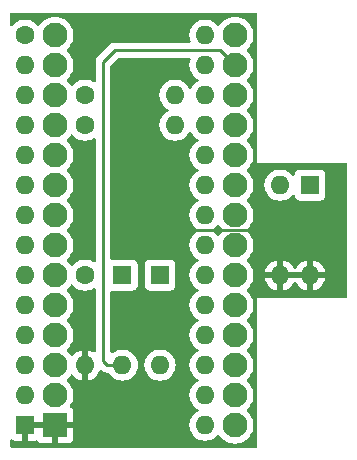
<source format=gtl>
G04 #@! TF.GenerationSoftware,KiCad,Pcbnew,7.0.5*
G04 #@! TF.CreationDate,2023-10-08T13:51:06+02:00*
G04 #@! TF.ProjectId,ZXROM-4in1,5a58524f-4d2d-4346-996e-312e6b696361,1.1*
G04 #@! TF.SameCoordinates,Original*
G04 #@! TF.FileFunction,Copper,L1,Top*
G04 #@! TF.FilePolarity,Positive*
%FSLAX46Y46*%
G04 Gerber Fmt 4.6, Leading zero omitted, Abs format (unit mm)*
G04 Created by KiCad (PCBNEW 7.0.5) date 2023-10-08 13:51:06*
%MOMM*%
%LPD*%
G01*
G04 APERTURE LIST*
G04 #@! TA.AperFunction,ComponentPad*
%ADD10C,2.100000*%
G04 #@! TD*
G04 #@! TA.AperFunction,ComponentPad*
%ADD11R,2.100000X2.100000*%
G04 #@! TD*
G04 #@! TA.AperFunction,ComponentPad*
%ADD12R,1.600000X1.600000*%
G04 #@! TD*
G04 #@! TA.AperFunction,ComponentPad*
%ADD13O,1.600000X1.600000*%
G04 #@! TD*
G04 #@! TA.AperFunction,ComponentPad*
%ADD14C,1.600000*%
G04 #@! TD*
G04 #@! TA.AperFunction,ViaPad*
%ADD15C,0.800000*%
G04 #@! TD*
G04 #@! TA.AperFunction,Conductor*
%ADD16C,0.400000*%
G04 #@! TD*
G04 #@! TA.AperFunction,Conductor*
%ADD17C,0.250000*%
G04 #@! TD*
G04 APERTURE END LIST*
D10*
X132080000Y-68580000D03*
X132080000Y-71120000D03*
X132080000Y-73660000D03*
X132080000Y-76200000D03*
X132080000Y-78740000D03*
X132080000Y-81280000D03*
X132080000Y-83820000D03*
X132080000Y-86360000D03*
X132080000Y-88900000D03*
X132080000Y-91440000D03*
X132080000Y-93980000D03*
X132080000Y-96520000D03*
X132080000Y-99060000D03*
D11*
X132080000Y-101600000D03*
D12*
X153670000Y-81280000D03*
D13*
X151130000Y-81280000D03*
X151130000Y-88900000D03*
X153670000Y-88900000D03*
D10*
X147320000Y-101600000D03*
X147320000Y-99060000D03*
X147320000Y-96520000D03*
X147320000Y-93980000D03*
X147320000Y-91440000D03*
X147320000Y-88900000D03*
X147320000Y-86360000D03*
X147320000Y-83820000D03*
X147320000Y-81280000D03*
X147320000Y-78740000D03*
X147320000Y-76200000D03*
X147320000Y-73660000D03*
X147320000Y-71120000D03*
X147320000Y-68580000D03*
D14*
X129540000Y-68580000D03*
D13*
X129540000Y-71120000D03*
X129540000Y-73660000D03*
X129540000Y-76200000D03*
X129540000Y-78740000D03*
X129540000Y-81280000D03*
X129540000Y-83820000D03*
X129540000Y-86360000D03*
X129540000Y-88900000D03*
X129540000Y-91440000D03*
X129540000Y-93980000D03*
X129540000Y-96520000D03*
X129540000Y-99060000D03*
D12*
X129540000Y-101600000D03*
D13*
X144780000Y-101600000D03*
X144780000Y-99060000D03*
X144780000Y-96520000D03*
X144780000Y-93980000D03*
X144780000Y-91440000D03*
X144780000Y-88900000D03*
X144780000Y-86360000D03*
X144780000Y-83820000D03*
X144780000Y-81280000D03*
X144780000Y-78740000D03*
X144780000Y-76200000D03*
X144780000Y-73660000D03*
X144780000Y-71120000D03*
X144780000Y-68580000D03*
D14*
X134620000Y-76200000D03*
D13*
X142240000Y-76200000D03*
D14*
X134620000Y-73660000D03*
D13*
X142240000Y-73660000D03*
D12*
X140970000Y-88900000D03*
D13*
X140970000Y-96520000D03*
D14*
X134620000Y-88900000D03*
D13*
X134620000Y-96520000D03*
D12*
X137795000Y-88900000D03*
D13*
X137795000Y-96520000D03*
D15*
X134620000Y-85090000D03*
X137795000Y-71120000D03*
X137795000Y-85080000D03*
X137795000Y-101600000D03*
X152400000Y-85090000D03*
X140970000Y-85090000D03*
D16*
X137795000Y-85080000D02*
X137795000Y-71120000D01*
D17*
X140970000Y-85090000D02*
X152400000Y-85090000D01*
D16*
X137795000Y-85080000D02*
X140960000Y-85080000D01*
X140960000Y-85080000D02*
X140970000Y-85090000D01*
X132080000Y-101600000D02*
X137795000Y-101600000D01*
D17*
X136525000Y-96520000D02*
X136144000Y-96139000D01*
X137795000Y-96520000D02*
X136525000Y-96520000D01*
X136144000Y-70866000D02*
X137160000Y-69850000D01*
X147320000Y-71120000D02*
X147320000Y-71755000D01*
X146050000Y-69850000D02*
X147320000Y-71120000D01*
X136144000Y-96139000D02*
X136144000Y-70866000D01*
X137160000Y-69850000D02*
X146050000Y-69850000D01*
G04 #@! TA.AperFunction,Conductor*
G36*
X153342359Y-88661955D02*
G01*
X153284835Y-88774852D01*
X153265014Y-88900000D01*
X153284835Y-89025148D01*
X153342359Y-89138045D01*
X153358314Y-89154000D01*
X151441686Y-89154000D01*
X151457641Y-89138045D01*
X151515165Y-89025148D01*
X151534986Y-88900000D01*
X151515165Y-88774852D01*
X151457641Y-88661955D01*
X151441686Y-88646000D01*
X153358314Y-88646000D01*
X153342359Y-88661955D01*
G37*
G04 #@! TD.AperFunction*
G04 #@! TA.AperFunction,Conductor*
G36*
X149166621Y-66695502D02*
G01*
X149213114Y-66749158D01*
X149224500Y-66801500D01*
X149224500Y-79350072D01*
X149224415Y-79350500D01*
X149224458Y-79375000D01*
X149224544Y-79375206D01*
X149224616Y-79375382D01*
X149224617Y-79375383D01*
X149225000Y-79375541D01*
X149225002Y-79375539D01*
X149250014Y-79375524D01*
X149250014Y-79375528D01*
X149250158Y-79375500D01*
X156718500Y-79375500D01*
X156786621Y-79395502D01*
X156833114Y-79449158D01*
X156844500Y-79501500D01*
X156844500Y-90678500D01*
X156824498Y-90746621D01*
X156770842Y-90793114D01*
X156718500Y-90804500D01*
X149250158Y-90804500D01*
X149249952Y-90804459D01*
X149224996Y-90804459D01*
X149224798Y-90804541D01*
X149224620Y-90804614D01*
X149224617Y-90804617D01*
X149224459Y-90805000D01*
X149224476Y-90830014D01*
X149224471Y-90830014D01*
X149224500Y-90830157D01*
X149224500Y-103378500D01*
X149204498Y-103446621D01*
X149150842Y-103493114D01*
X149098500Y-103504500D01*
X128396500Y-103504500D01*
X128328379Y-103484498D01*
X128281886Y-103430842D01*
X128270500Y-103378500D01*
X128270500Y-102934823D01*
X128290502Y-102866702D01*
X128344158Y-102820209D01*
X128414432Y-102810105D01*
X128472011Y-102833956D01*
X128494036Y-102850444D01*
X128630906Y-102901494D01*
X128691402Y-102907999D01*
X128691415Y-102908000D01*
X129286000Y-102908000D01*
X129286000Y-102225583D01*
X129377275Y-102260200D01*
X129499166Y-102275000D01*
X129580834Y-102275000D01*
X129702725Y-102260200D01*
X129793999Y-102225583D01*
X129794000Y-102908000D01*
X130388585Y-102908000D01*
X130388597Y-102907999D01*
X130449092Y-102901494D01*
X130465935Y-102895212D01*
X130536750Y-102890144D01*
X130599064Y-102924166D01*
X130610841Y-102937757D01*
X130667095Y-103012904D01*
X130784034Y-103100444D01*
X130920906Y-103151494D01*
X130981402Y-103157999D01*
X130981415Y-103158000D01*
X131826000Y-103158000D01*
X131826000Y-102463786D01*
X131891849Y-102485182D01*
X132032836Y-102500000D01*
X132127164Y-102500000D01*
X132268151Y-102485182D01*
X132334000Y-102463786D01*
X132334000Y-103158000D01*
X133178585Y-103158000D01*
X133178597Y-103157999D01*
X133239093Y-103151494D01*
X133375964Y-103100444D01*
X133375965Y-103100444D01*
X133492904Y-103012904D01*
X133580444Y-102895965D01*
X133580444Y-102895964D01*
X133631494Y-102759093D01*
X133637999Y-102698597D01*
X133638000Y-102698585D01*
X133638000Y-101854000D01*
X132946117Y-101854000D01*
X132980000Y-101694594D01*
X132980000Y-101505406D01*
X132946117Y-101346000D01*
X133638000Y-101346000D01*
X133638000Y-100501414D01*
X133637999Y-100501402D01*
X133631494Y-100440906D01*
X133580444Y-100304035D01*
X133580444Y-100304034D01*
X133492905Y-100187097D01*
X133395793Y-100114399D01*
X133353247Y-100057563D01*
X133348183Y-99986747D01*
X133363867Y-99947701D01*
X133472927Y-99769732D01*
X133566805Y-99543092D01*
X133624072Y-99304557D01*
X133643319Y-99060000D01*
X133624072Y-98815443D01*
X133566805Y-98576908D01*
X133472927Y-98350268D01*
X133344752Y-98141104D01*
X133185433Y-97954567D01*
X133104929Y-97885809D01*
X133066121Y-97826360D01*
X133065615Y-97755366D01*
X133103571Y-97695367D01*
X133104879Y-97694232D01*
X133185433Y-97625433D01*
X133344752Y-97438896D01*
X133394569Y-97357600D01*
X133447216Y-97309969D01*
X133517257Y-97298362D01*
X133582455Y-97326465D01*
X133605217Y-97351167D01*
X133614186Y-97363977D01*
X133776025Y-97525815D01*
X133963501Y-97657087D01*
X134170926Y-97753811D01*
X134170931Y-97753813D01*
X134366000Y-97806081D01*
X134366000Y-96831686D01*
X134381955Y-96847641D01*
X134494852Y-96905165D01*
X134588519Y-96920000D01*
X134651481Y-96920000D01*
X134745148Y-96905165D01*
X134858045Y-96847641D01*
X134874000Y-96831686D01*
X134874000Y-97806081D01*
X135069068Y-97753813D01*
X135069073Y-97753811D01*
X135276498Y-97657087D01*
X135463974Y-97525815D01*
X135463980Y-97525810D01*
X135625810Y-97363980D01*
X135625815Y-97363974D01*
X135757087Y-97176498D01*
X135848458Y-96980554D01*
X135895375Y-96927269D01*
X135963652Y-96907808D01*
X136031612Y-96928350D01*
X136048902Y-96941950D01*
X136077969Y-96969246D01*
X136083388Y-96974335D01*
X136084777Y-96975681D01*
X136095018Y-96985922D01*
X136105226Y-96996131D01*
X136110768Y-97000430D01*
X136115281Y-97004285D01*
X136149679Y-97036586D01*
X136149680Y-97036586D01*
X136149682Y-97036588D01*
X136167429Y-97046344D01*
X136183959Y-97057202D01*
X136199959Y-97069613D01*
X136231136Y-97083104D01*
X136243251Y-97088347D01*
X136248585Y-97090959D01*
X136289940Y-97113695D01*
X136309562Y-97118733D01*
X136328263Y-97125135D01*
X136346855Y-97133181D01*
X136393470Y-97140563D01*
X136399242Y-97141758D01*
X136444970Y-97153500D01*
X136465231Y-97153500D01*
X136484939Y-97155050D01*
X136504943Y-97158219D01*
X136538459Y-97155051D01*
X136551910Y-97153780D01*
X136557842Y-97153500D01*
X136575606Y-97153500D01*
X136643727Y-97173502D01*
X136678819Y-97207229D01*
X136766198Y-97332018D01*
X136788802Y-97364300D01*
X136950700Y-97526198D01*
X137138251Y-97657523D01*
X137345757Y-97754284D01*
X137566913Y-97813543D01*
X137795000Y-97833498D01*
X138023087Y-97813543D01*
X138244243Y-97754284D01*
X138451749Y-97657523D01*
X138639300Y-97526198D01*
X138801198Y-97364300D01*
X138932523Y-97176749D01*
X139029284Y-96969243D01*
X139088543Y-96748087D01*
X139108498Y-96520000D01*
X139656502Y-96520000D01*
X139676457Y-96748087D01*
X139680870Y-96764556D01*
X139735715Y-96969240D01*
X139735717Y-96969246D01*
X139832477Y-97176749D01*
X139937309Y-97326465D01*
X139963802Y-97364300D01*
X140125700Y-97526198D01*
X140313251Y-97657523D01*
X140520757Y-97754284D01*
X140741913Y-97813543D01*
X140970000Y-97833498D01*
X141198087Y-97813543D01*
X141419243Y-97754284D01*
X141626749Y-97657523D01*
X141814300Y-97526198D01*
X141976198Y-97364300D01*
X142107523Y-97176749D01*
X142204284Y-96969243D01*
X142263543Y-96748087D01*
X142283498Y-96520000D01*
X142263543Y-96291913D01*
X142204284Y-96070757D01*
X142107523Y-95863251D01*
X141976198Y-95675700D01*
X141814300Y-95513802D01*
X141641824Y-95393033D01*
X141626749Y-95382477D01*
X141419246Y-95285717D01*
X141419240Y-95285715D01*
X141266364Y-95244752D01*
X141198087Y-95226457D01*
X140970000Y-95206502D01*
X140741913Y-95226457D01*
X140520759Y-95285715D01*
X140520753Y-95285717D01*
X140313250Y-95382477D01*
X140125703Y-95513799D01*
X140125697Y-95513804D01*
X139963804Y-95675697D01*
X139963799Y-95675703D01*
X139832477Y-95863250D01*
X139735717Y-96070753D01*
X139735715Y-96070759D01*
X139700500Y-96202183D01*
X139676457Y-96291913D01*
X139656502Y-96520000D01*
X139108498Y-96520000D01*
X139088543Y-96291913D01*
X139029284Y-96070757D01*
X138932523Y-95863251D01*
X138801198Y-95675700D01*
X138639300Y-95513802D01*
X138466824Y-95393033D01*
X138451749Y-95382477D01*
X138244246Y-95285717D01*
X138244240Y-95285715D01*
X138091364Y-95244752D01*
X138023087Y-95226457D01*
X137795000Y-95206502D01*
X137566913Y-95226457D01*
X137345759Y-95285715D01*
X137345753Y-95285717D01*
X137138247Y-95382478D01*
X136975770Y-95496246D01*
X136908496Y-95518934D01*
X136839636Y-95501649D01*
X136791052Y-95449879D01*
X136777500Y-95393033D01*
X136777500Y-90330618D01*
X136797502Y-90262497D01*
X136851158Y-90216004D01*
X136916969Y-90205340D01*
X136946352Y-90208499D01*
X136946353Y-90208499D01*
X136946362Y-90208500D01*
X136946368Y-90208500D01*
X138643632Y-90208500D01*
X138643638Y-90208500D01*
X138643645Y-90208499D01*
X138643649Y-90208499D01*
X138704196Y-90201990D01*
X138704199Y-90201989D01*
X138704201Y-90201989D01*
X138841204Y-90150889D01*
X138863389Y-90134282D01*
X138958261Y-90063261D01*
X139045887Y-89946207D01*
X139045887Y-89946206D01*
X139045889Y-89946204D01*
X139096989Y-89809201D01*
X139103499Y-89748649D01*
X139661500Y-89748649D01*
X139668009Y-89809196D01*
X139668011Y-89809204D01*
X139719110Y-89946202D01*
X139719112Y-89946207D01*
X139806738Y-90063261D01*
X139923792Y-90150887D01*
X139923794Y-90150888D01*
X139923796Y-90150889D01*
X139982875Y-90172924D01*
X140060795Y-90201988D01*
X140060803Y-90201990D01*
X140121350Y-90208499D01*
X140121355Y-90208499D01*
X140121362Y-90208500D01*
X140121368Y-90208500D01*
X141818632Y-90208500D01*
X141818638Y-90208500D01*
X141818645Y-90208499D01*
X141818649Y-90208499D01*
X141879196Y-90201990D01*
X141879199Y-90201989D01*
X141879201Y-90201989D01*
X142016204Y-90150889D01*
X142038389Y-90134282D01*
X142133261Y-90063261D01*
X142220887Y-89946207D01*
X142220887Y-89946206D01*
X142220889Y-89946204D01*
X142271989Y-89809201D01*
X142278500Y-89748638D01*
X142278500Y-88051362D01*
X142278499Y-88051350D01*
X142271990Y-87990803D01*
X142271988Y-87990795D01*
X142235811Y-87893804D01*
X142220889Y-87853796D01*
X142220888Y-87853794D01*
X142220887Y-87853792D01*
X142133261Y-87736738D01*
X142016207Y-87649112D01*
X142016202Y-87649110D01*
X141879204Y-87598011D01*
X141879196Y-87598009D01*
X141818649Y-87591500D01*
X141818638Y-87591500D01*
X140121362Y-87591500D01*
X140121350Y-87591500D01*
X140060803Y-87598009D01*
X140060795Y-87598011D01*
X139923797Y-87649110D01*
X139923792Y-87649112D01*
X139806738Y-87736738D01*
X139719112Y-87853792D01*
X139719110Y-87853797D01*
X139668011Y-87990795D01*
X139668009Y-87990803D01*
X139661500Y-88051350D01*
X139661500Y-89748649D01*
X139103499Y-89748649D01*
X139103500Y-89748638D01*
X139103500Y-88051362D01*
X139103499Y-88051350D01*
X139096990Y-87990803D01*
X139096988Y-87990795D01*
X139060811Y-87893804D01*
X139045889Y-87853796D01*
X139045888Y-87853794D01*
X139045887Y-87853792D01*
X138958261Y-87736738D01*
X138841207Y-87649112D01*
X138841202Y-87649110D01*
X138704204Y-87598011D01*
X138704196Y-87598009D01*
X138643649Y-87591500D01*
X138643638Y-87591500D01*
X136946362Y-87591500D01*
X136946358Y-87591500D01*
X136946342Y-87591501D01*
X136916965Y-87594659D01*
X136847097Y-87582052D01*
X136795136Y-87533672D01*
X136777500Y-87469381D01*
X136777500Y-71180595D01*
X136797502Y-71112474D01*
X136814405Y-71091499D01*
X137385501Y-70520404D01*
X137447813Y-70486379D01*
X137474596Y-70483500D01*
X143435255Y-70483500D01*
X143503376Y-70503502D01*
X143549869Y-70557158D01*
X143559973Y-70627432D01*
X143549449Y-70662752D01*
X143545717Y-70670754D01*
X143545715Y-70670759D01*
X143486457Y-70891913D01*
X143466502Y-71120000D01*
X143486457Y-71348086D01*
X143545715Y-71569240D01*
X143545717Y-71569246D01*
X143642477Y-71776749D01*
X143728771Y-71899990D01*
X143773802Y-71964300D01*
X143935700Y-72126198D01*
X144123251Y-72257523D01*
X144158359Y-72273894D01*
X144162457Y-72275805D01*
X144215742Y-72322722D01*
X144235203Y-72390999D01*
X144214661Y-72458959D01*
X144162457Y-72504195D01*
X144123250Y-72522477D01*
X143935703Y-72653799D01*
X143935697Y-72653804D01*
X143773804Y-72815697D01*
X143773799Y-72815703D01*
X143642477Y-73003250D01*
X143624195Y-73042457D01*
X143577278Y-73095742D01*
X143509001Y-73115203D01*
X143441041Y-73094661D01*
X143395805Y-73042457D01*
X143393894Y-73038359D01*
X143377523Y-73003251D01*
X143246198Y-72815700D01*
X143084300Y-72653802D01*
X142896749Y-72522477D01*
X142815592Y-72484633D01*
X142689246Y-72425717D01*
X142689240Y-72425715D01*
X142536364Y-72384752D01*
X142468087Y-72366457D01*
X142240000Y-72346502D01*
X142239999Y-72346502D01*
X142011913Y-72366457D01*
X141790759Y-72425715D01*
X141790753Y-72425717D01*
X141583250Y-72522477D01*
X141395703Y-72653799D01*
X141395697Y-72653804D01*
X141233804Y-72815697D01*
X141233799Y-72815703D01*
X141102477Y-73003250D01*
X141005717Y-73210753D01*
X141005715Y-73210759D01*
X140946457Y-73431913D01*
X140926502Y-73660000D01*
X140946457Y-73888086D01*
X141005715Y-74109240D01*
X141005717Y-74109246D01*
X141102477Y-74316749D01*
X141196084Y-74450434D01*
X141233802Y-74504300D01*
X141395700Y-74666198D01*
X141583251Y-74797523D01*
X141618359Y-74813894D01*
X141622457Y-74815805D01*
X141675742Y-74862722D01*
X141695203Y-74930999D01*
X141674661Y-74998959D01*
X141622457Y-75044195D01*
X141583250Y-75062477D01*
X141395703Y-75193799D01*
X141395697Y-75193804D01*
X141233804Y-75355697D01*
X141233799Y-75355703D01*
X141102477Y-75543250D01*
X141005717Y-75750753D01*
X141005715Y-75750759D01*
X140946457Y-75971913D01*
X140926502Y-76200000D01*
X140946457Y-76428086D01*
X141005715Y-76649240D01*
X141005717Y-76649246D01*
X141102477Y-76856749D01*
X141196084Y-76990434D01*
X141233802Y-77044300D01*
X141395700Y-77206198D01*
X141583251Y-77337523D01*
X141790757Y-77434284D01*
X142011913Y-77493543D01*
X142240000Y-77513498D01*
X142468087Y-77493543D01*
X142689243Y-77434284D01*
X142896749Y-77337523D01*
X143084300Y-77206198D01*
X143246198Y-77044300D01*
X143377523Y-76856749D01*
X143395804Y-76817543D01*
X143442721Y-76764258D01*
X143510998Y-76744796D01*
X143578958Y-76765337D01*
X143624195Y-76817543D01*
X143642477Y-76856749D01*
X143679576Y-76909732D01*
X143736084Y-76990434D01*
X143773802Y-77044300D01*
X143935700Y-77206198D01*
X144123251Y-77337523D01*
X144158359Y-77353894D01*
X144162457Y-77355805D01*
X144215742Y-77402722D01*
X144235203Y-77470999D01*
X144214661Y-77538959D01*
X144162457Y-77584195D01*
X144123250Y-77602477D01*
X143935703Y-77733799D01*
X143935697Y-77733804D01*
X143773804Y-77895697D01*
X143773799Y-77895703D01*
X143642477Y-78083250D01*
X143545717Y-78290753D01*
X143545715Y-78290759D01*
X143486457Y-78511913D01*
X143466502Y-78740000D01*
X143486457Y-78968086D01*
X143545715Y-79189240D01*
X143545717Y-79189246D01*
X143642477Y-79396749D01*
X143728771Y-79519990D01*
X143773802Y-79584300D01*
X143935700Y-79746198D01*
X144123251Y-79877523D01*
X144158359Y-79893894D01*
X144162457Y-79895805D01*
X144215742Y-79942722D01*
X144235203Y-80010999D01*
X144214661Y-80078959D01*
X144162457Y-80124195D01*
X144123250Y-80142477D01*
X143935703Y-80273799D01*
X143935697Y-80273804D01*
X143773804Y-80435697D01*
X143773799Y-80435703D01*
X143642477Y-80623250D01*
X143545717Y-80830753D01*
X143545715Y-80830759D01*
X143486457Y-81051913D01*
X143466502Y-81280000D01*
X143486457Y-81508086D01*
X143545715Y-81729240D01*
X143545717Y-81729246D01*
X143642477Y-81936749D01*
X143728771Y-82059990D01*
X143773802Y-82124300D01*
X143935700Y-82286198D01*
X144123251Y-82417523D01*
X144158359Y-82433894D01*
X144162457Y-82435805D01*
X144215742Y-82482722D01*
X144235203Y-82550999D01*
X144214661Y-82618959D01*
X144162457Y-82664195D01*
X144123250Y-82682477D01*
X143935703Y-82813799D01*
X143935697Y-82813804D01*
X143773804Y-82975697D01*
X143773799Y-82975703D01*
X143642477Y-83163250D01*
X143545717Y-83370753D01*
X143545715Y-83370759D01*
X143486457Y-83591913D01*
X143466502Y-83820000D01*
X143486457Y-84048086D01*
X143545715Y-84269240D01*
X143545717Y-84269246D01*
X143642477Y-84476749D01*
X143728771Y-84599990D01*
X143773802Y-84664300D01*
X143935700Y-84826198D01*
X144123251Y-84957523D01*
X144158359Y-84973894D01*
X144162457Y-84975805D01*
X144215742Y-85022722D01*
X144235203Y-85090999D01*
X144214661Y-85158959D01*
X144162457Y-85204195D01*
X144123250Y-85222477D01*
X143935703Y-85353799D01*
X143935697Y-85353804D01*
X143773804Y-85515697D01*
X143773799Y-85515703D01*
X143642477Y-85703250D01*
X143545717Y-85910753D01*
X143545715Y-85910759D01*
X143486457Y-86131913D01*
X143466502Y-86360000D01*
X143486457Y-86588086D01*
X143545715Y-86809240D01*
X143545717Y-86809246D01*
X143642477Y-87016749D01*
X143728771Y-87139990D01*
X143773802Y-87204300D01*
X143935700Y-87366198D01*
X144123251Y-87497523D01*
X144158359Y-87513894D01*
X144162457Y-87515805D01*
X144215742Y-87562722D01*
X144235203Y-87630999D01*
X144214661Y-87698959D01*
X144162457Y-87744195D01*
X144123250Y-87762477D01*
X143935703Y-87893799D01*
X143935697Y-87893804D01*
X143773804Y-88055697D01*
X143773799Y-88055703D01*
X143642477Y-88243250D01*
X143545717Y-88450753D01*
X143545715Y-88450759D01*
X143510500Y-88582183D01*
X143486457Y-88671913D01*
X143466502Y-88900000D01*
X143486457Y-89128087D01*
X143509500Y-89214084D01*
X143545715Y-89349240D01*
X143545717Y-89349246D01*
X143642477Y-89556749D01*
X143736084Y-89690434D01*
X143773802Y-89744300D01*
X143935700Y-89906198D01*
X144123251Y-90037523D01*
X144158359Y-90053894D01*
X144162457Y-90055805D01*
X144215742Y-90102722D01*
X144235203Y-90170999D01*
X144214661Y-90238959D01*
X144162457Y-90284195D01*
X144123250Y-90302477D01*
X143935703Y-90433799D01*
X143935697Y-90433804D01*
X143773804Y-90595697D01*
X143773799Y-90595703D01*
X143642477Y-90783250D01*
X143545717Y-90990753D01*
X143545715Y-90990759D01*
X143486457Y-91211913D01*
X143466502Y-91440000D01*
X143486457Y-91668086D01*
X143545715Y-91889240D01*
X143545717Y-91889246D01*
X143642477Y-92096749D01*
X143728771Y-92219990D01*
X143773802Y-92284300D01*
X143935700Y-92446198D01*
X144123251Y-92577523D01*
X144158359Y-92593894D01*
X144162457Y-92595805D01*
X144215742Y-92642722D01*
X144235203Y-92710999D01*
X144214661Y-92778959D01*
X144162457Y-92824195D01*
X144123250Y-92842477D01*
X143935703Y-92973799D01*
X143935697Y-92973804D01*
X143773804Y-93135697D01*
X143773799Y-93135703D01*
X143642477Y-93323250D01*
X143545717Y-93530753D01*
X143545715Y-93530759D01*
X143486457Y-93751913D01*
X143466502Y-93980000D01*
X143486457Y-94208086D01*
X143545715Y-94429240D01*
X143545717Y-94429246D01*
X143642477Y-94636749D01*
X143728771Y-94759990D01*
X143773802Y-94824300D01*
X143935700Y-94986198D01*
X144123251Y-95117523D01*
X144158359Y-95133894D01*
X144162457Y-95135805D01*
X144215742Y-95182722D01*
X144235203Y-95250999D01*
X144214661Y-95318959D01*
X144162457Y-95364195D01*
X144123250Y-95382477D01*
X143935703Y-95513799D01*
X143935697Y-95513804D01*
X143773804Y-95675697D01*
X143773799Y-95675703D01*
X143642477Y-95863250D01*
X143545717Y-96070753D01*
X143545715Y-96070759D01*
X143510500Y-96202183D01*
X143486457Y-96291913D01*
X143466502Y-96520000D01*
X143486457Y-96748087D01*
X143490870Y-96764556D01*
X143545715Y-96969240D01*
X143545717Y-96969246D01*
X143642477Y-97176749D01*
X143747309Y-97326465D01*
X143773802Y-97364300D01*
X143935700Y-97526198D01*
X144123251Y-97657523D01*
X144158359Y-97673894D01*
X144162457Y-97675805D01*
X144215742Y-97722722D01*
X144235203Y-97790999D01*
X144214661Y-97858959D01*
X144162457Y-97904195D01*
X144123250Y-97922477D01*
X143935703Y-98053799D01*
X143935697Y-98053804D01*
X143773804Y-98215697D01*
X143773799Y-98215703D01*
X143642477Y-98403250D01*
X143545717Y-98610753D01*
X143545715Y-98610759D01*
X143486457Y-98831913D01*
X143466502Y-99060000D01*
X143486457Y-99288086D01*
X143545715Y-99509240D01*
X143545717Y-99509246D01*
X143642477Y-99716749D01*
X143728771Y-99839990D01*
X143773802Y-99904300D01*
X143935700Y-100066198D01*
X144123251Y-100197523D01*
X144154177Y-100211944D01*
X144162457Y-100215805D01*
X144215742Y-100262722D01*
X144235203Y-100330999D01*
X144214661Y-100398959D01*
X144162457Y-100444195D01*
X144123250Y-100462477D01*
X143935703Y-100593799D01*
X143935697Y-100593804D01*
X143773804Y-100755697D01*
X143773799Y-100755703D01*
X143642477Y-100943250D01*
X143545717Y-101150753D01*
X143545715Y-101150759D01*
X143489948Y-101358884D01*
X143486457Y-101371913D01*
X143466502Y-101600000D01*
X143486457Y-101828087D01*
X143500273Y-101879647D01*
X143545715Y-102049240D01*
X143545717Y-102049246D01*
X143642477Y-102256749D01*
X143761491Y-102426719D01*
X143773802Y-102444300D01*
X143935700Y-102606198D01*
X144123251Y-102737523D01*
X144330757Y-102834284D01*
X144551913Y-102893543D01*
X144780000Y-102913498D01*
X145008087Y-102893543D01*
X145229243Y-102834284D01*
X145436749Y-102737523D01*
X145624300Y-102606198D01*
X145786198Y-102444300D01*
X145795067Y-102431632D01*
X145850519Y-102387304D01*
X145921138Y-102379990D01*
X145984501Y-102412018D01*
X146005715Y-102438065D01*
X146055248Y-102518896D01*
X146214567Y-102705433D01*
X146401104Y-102864752D01*
X146610268Y-102992927D01*
X146836908Y-103086805D01*
X147075443Y-103144072D01*
X147320000Y-103163319D01*
X147564557Y-103144072D01*
X147803092Y-103086805D01*
X148029732Y-102992927D01*
X148238896Y-102864752D01*
X148425433Y-102705433D01*
X148584752Y-102518896D01*
X148712927Y-102309732D01*
X148806805Y-102083092D01*
X148864072Y-101844557D01*
X148883319Y-101600000D01*
X148864072Y-101355443D01*
X148806805Y-101116908D01*
X148712927Y-100890268D01*
X148584752Y-100681104D01*
X148425433Y-100494567D01*
X148344929Y-100425809D01*
X148306121Y-100366360D01*
X148305615Y-100295366D01*
X148343571Y-100235367D01*
X148344879Y-100234232D01*
X148425433Y-100165433D01*
X148584752Y-99978896D01*
X148712927Y-99769732D01*
X148806805Y-99543092D01*
X148864072Y-99304557D01*
X148883319Y-99060000D01*
X148864072Y-98815443D01*
X148806805Y-98576908D01*
X148712927Y-98350268D01*
X148584752Y-98141104D01*
X148425433Y-97954567D01*
X148344929Y-97885809D01*
X148306121Y-97826360D01*
X148305615Y-97755366D01*
X148343571Y-97695367D01*
X148344879Y-97694232D01*
X148425433Y-97625433D01*
X148584752Y-97438896D01*
X148712927Y-97229732D01*
X148806805Y-97003092D01*
X148864072Y-96764557D01*
X148883319Y-96520000D01*
X148864072Y-96275443D01*
X148806805Y-96036908D01*
X148712927Y-95810268D01*
X148584752Y-95601104D01*
X148425433Y-95414567D01*
X148344929Y-95345809D01*
X148306121Y-95286360D01*
X148305615Y-95215366D01*
X148343571Y-95155367D01*
X148344879Y-95154232D01*
X148425433Y-95085433D01*
X148584752Y-94898896D01*
X148712927Y-94689732D01*
X148806805Y-94463092D01*
X148864072Y-94224557D01*
X148883319Y-93980000D01*
X148864072Y-93735443D01*
X148806805Y-93496908D01*
X148712927Y-93270268D01*
X148584752Y-93061104D01*
X148425433Y-92874567D01*
X148344929Y-92805809D01*
X148306121Y-92746360D01*
X148305615Y-92675366D01*
X148343571Y-92615367D01*
X148344879Y-92614232D01*
X148425433Y-92545433D01*
X148584752Y-92358896D01*
X148712927Y-92149732D01*
X148806805Y-91923092D01*
X148864072Y-91684557D01*
X148883319Y-91440000D01*
X148864072Y-91195443D01*
X148806805Y-90956908D01*
X148712927Y-90730268D01*
X148584752Y-90521104D01*
X148425433Y-90334567D01*
X148425430Y-90334565D01*
X148425429Y-90334563D01*
X148344930Y-90265809D01*
X148306121Y-90206359D01*
X148305615Y-90135364D01*
X148343572Y-90075365D01*
X148344790Y-90074308D01*
X148425433Y-90005433D01*
X148584752Y-89818896D01*
X148712927Y-89609732D01*
X148806805Y-89383092D01*
X148864072Y-89144557D01*
X148883319Y-88900000D01*
X148864072Y-88655443D01*
X148861805Y-88646000D01*
X149843917Y-88646000D01*
X150818314Y-88646000D01*
X150802359Y-88661955D01*
X150744835Y-88774852D01*
X150725014Y-88900000D01*
X150744835Y-89025148D01*
X150802359Y-89138045D01*
X150818314Y-89154000D01*
X149843918Y-89154000D01*
X149896186Y-89349068D01*
X149896188Y-89349073D01*
X149992912Y-89556498D01*
X150124184Y-89743974D01*
X150124189Y-89743980D01*
X150286019Y-89905810D01*
X150286025Y-89905815D01*
X150473501Y-90037087D01*
X150680926Y-90133811D01*
X150680931Y-90133813D01*
X150876000Y-90186081D01*
X150876000Y-89211686D01*
X150891955Y-89227641D01*
X151004852Y-89285165D01*
X151098519Y-89300000D01*
X151161481Y-89300000D01*
X151255148Y-89285165D01*
X151368045Y-89227641D01*
X151384000Y-89211686D01*
X151384000Y-90186081D01*
X151579068Y-90133813D01*
X151579073Y-90133811D01*
X151786498Y-90037087D01*
X151973974Y-89905815D01*
X151973980Y-89905810D01*
X152135810Y-89743980D01*
X152135815Y-89743974D01*
X152267087Y-89556498D01*
X152285805Y-89516359D01*
X152332722Y-89463074D01*
X152400999Y-89443613D01*
X152468959Y-89464155D01*
X152514195Y-89516359D01*
X152532912Y-89556498D01*
X152664184Y-89743974D01*
X152664189Y-89743980D01*
X152826019Y-89905810D01*
X152826025Y-89905815D01*
X153013501Y-90037087D01*
X153220926Y-90133811D01*
X153220931Y-90133813D01*
X153416000Y-90186081D01*
X153416000Y-89211686D01*
X153431955Y-89227641D01*
X153544852Y-89285165D01*
X153638519Y-89300000D01*
X153701481Y-89300000D01*
X153795148Y-89285165D01*
X153908045Y-89227641D01*
X153924000Y-89211686D01*
X153924000Y-90186081D01*
X154119068Y-90133813D01*
X154119073Y-90133811D01*
X154326498Y-90037087D01*
X154513974Y-89905815D01*
X154513980Y-89905810D01*
X154675810Y-89743980D01*
X154675815Y-89743974D01*
X154807087Y-89556498D01*
X154903811Y-89349073D01*
X154903813Y-89349068D01*
X154956082Y-89154000D01*
X153981686Y-89154000D01*
X153997641Y-89138045D01*
X154055165Y-89025148D01*
X154074986Y-88900000D01*
X154055165Y-88774852D01*
X153997641Y-88661955D01*
X153981686Y-88646000D01*
X154956082Y-88646000D01*
X154903813Y-88450931D01*
X154903811Y-88450926D01*
X154807087Y-88243501D01*
X154675815Y-88056025D01*
X154675810Y-88056019D01*
X154513980Y-87894189D01*
X154513974Y-87894184D01*
X154326498Y-87762912D01*
X154119073Y-87666188D01*
X154119071Y-87666187D01*
X153924000Y-87613917D01*
X153924000Y-88588314D01*
X153908045Y-88572359D01*
X153795148Y-88514835D01*
X153701481Y-88500000D01*
X153638519Y-88500000D01*
X153544852Y-88514835D01*
X153431955Y-88572359D01*
X153416000Y-88588314D01*
X153416000Y-87613917D01*
X153415999Y-87613917D01*
X153220928Y-87666187D01*
X153220926Y-87666188D01*
X153013501Y-87762912D01*
X152826025Y-87894184D01*
X152826019Y-87894189D01*
X152664189Y-88056019D01*
X152664184Y-88056025D01*
X152532910Y-88243503D01*
X152514194Y-88283641D01*
X152467277Y-88336925D01*
X152399000Y-88356386D01*
X152331040Y-88335844D01*
X152285806Y-88283641D01*
X152267089Y-88243503D01*
X152135815Y-88056025D01*
X152135810Y-88056019D01*
X151973980Y-87894189D01*
X151973974Y-87894184D01*
X151786498Y-87762912D01*
X151579073Y-87666188D01*
X151579071Y-87666187D01*
X151384000Y-87613917D01*
X151384000Y-88588313D01*
X151368045Y-88572359D01*
X151255148Y-88514835D01*
X151161481Y-88500000D01*
X151098519Y-88500000D01*
X151004852Y-88514835D01*
X150891955Y-88572359D01*
X150876000Y-88588314D01*
X150876000Y-87613917D01*
X150875999Y-87613917D01*
X150680928Y-87666187D01*
X150680926Y-87666188D01*
X150473501Y-87762912D01*
X150286025Y-87894184D01*
X150286019Y-87894189D01*
X150124189Y-88056019D01*
X150124184Y-88056025D01*
X149992912Y-88243501D01*
X149896188Y-88450926D01*
X149896186Y-88450931D01*
X149843917Y-88646000D01*
X148861805Y-88646000D01*
X148806805Y-88416908D01*
X148712927Y-88190268D01*
X148584752Y-87981104D01*
X148425433Y-87794567D01*
X148344929Y-87725809D01*
X148306121Y-87666360D01*
X148305615Y-87595366D01*
X148343571Y-87535367D01*
X148344879Y-87534232D01*
X148425433Y-87465433D01*
X148584752Y-87278896D01*
X148712927Y-87069732D01*
X148806805Y-86843092D01*
X148864072Y-86604557D01*
X148883319Y-86360000D01*
X148864072Y-86115443D01*
X148806805Y-85876908D01*
X148712927Y-85650268D01*
X148584752Y-85441104D01*
X148425433Y-85254567D01*
X148344929Y-85185809D01*
X148306121Y-85126360D01*
X148305615Y-85055366D01*
X148343571Y-84995367D01*
X148344879Y-84994232D01*
X148425433Y-84925433D01*
X148584752Y-84738896D01*
X148712927Y-84529732D01*
X148806805Y-84303092D01*
X148864072Y-84064557D01*
X148883319Y-83820000D01*
X148864072Y-83575443D01*
X148806805Y-83336908D01*
X148712927Y-83110268D01*
X148584752Y-82901104D01*
X148425433Y-82714567D01*
X148344929Y-82645809D01*
X148306121Y-82586360D01*
X148305615Y-82515366D01*
X148343571Y-82455367D01*
X148344879Y-82454232D01*
X148425433Y-82385433D01*
X148584752Y-82198896D01*
X148712927Y-81989732D01*
X148806805Y-81763092D01*
X148864072Y-81524557D01*
X148883319Y-81280000D01*
X149816502Y-81280000D01*
X149836457Y-81508086D01*
X149895715Y-81729240D01*
X149895717Y-81729246D01*
X149992477Y-81936749D01*
X150078771Y-82059990D01*
X150123802Y-82124300D01*
X150285700Y-82286198D01*
X150473251Y-82417523D01*
X150680757Y-82514284D01*
X150901913Y-82573543D01*
X151130000Y-82593498D01*
X151358087Y-82573543D01*
X151579243Y-82514284D01*
X151786749Y-82417523D01*
X151974300Y-82286198D01*
X152136198Y-82124300D01*
X152138505Y-82121004D01*
X152193961Y-82076673D01*
X152264580Y-82069361D01*
X152327942Y-82101389D01*
X152363929Y-82162588D01*
X152367000Y-82179802D01*
X152368009Y-82189196D01*
X152368011Y-82189204D01*
X152419110Y-82326202D01*
X152419112Y-82326207D01*
X152506738Y-82443261D01*
X152623792Y-82530887D01*
X152623794Y-82530888D01*
X152623796Y-82530889D01*
X152682875Y-82552924D01*
X152760795Y-82581988D01*
X152760803Y-82581990D01*
X152821350Y-82588499D01*
X152821355Y-82588499D01*
X152821362Y-82588500D01*
X152821368Y-82588500D01*
X154518632Y-82588500D01*
X154518638Y-82588500D01*
X154518645Y-82588499D01*
X154518649Y-82588499D01*
X154579196Y-82581990D01*
X154579199Y-82581989D01*
X154579201Y-82581989D01*
X154716204Y-82530889D01*
X154736941Y-82515366D01*
X154833261Y-82443261D01*
X154920887Y-82326207D01*
X154920887Y-82326206D01*
X154920889Y-82326204D01*
X154971989Y-82189201D01*
X154973000Y-82179802D01*
X154978499Y-82128649D01*
X154978500Y-82128632D01*
X154978500Y-80431367D01*
X154978499Y-80431350D01*
X154971990Y-80370803D01*
X154971988Y-80370795D01*
X154935811Y-80273804D01*
X154920889Y-80233796D01*
X154920888Y-80233794D01*
X154920887Y-80233792D01*
X154833261Y-80116738D01*
X154716207Y-80029112D01*
X154716202Y-80029110D01*
X154579204Y-79978011D01*
X154579196Y-79978009D01*
X154518649Y-79971500D01*
X154518638Y-79971500D01*
X152821362Y-79971500D01*
X152821350Y-79971500D01*
X152760803Y-79978009D01*
X152760795Y-79978011D01*
X152623797Y-80029110D01*
X152623792Y-80029112D01*
X152506738Y-80116738D01*
X152419112Y-80233792D01*
X152419110Y-80233797D01*
X152368011Y-80370795D01*
X152368009Y-80370803D01*
X152367000Y-80380197D01*
X152339831Y-80445790D01*
X152281513Y-80486281D01*
X152210562Y-80488815D01*
X152149504Y-80452588D01*
X152138510Y-80439001D01*
X152136203Y-80435706D01*
X152136195Y-80435697D01*
X151974302Y-80273804D01*
X151974296Y-80273799D01*
X151786749Y-80142477D01*
X151579246Y-80045717D01*
X151579240Y-80045715D01*
X151426364Y-80004752D01*
X151358087Y-79986457D01*
X151130000Y-79966502D01*
X150901913Y-79986457D01*
X150680759Y-80045715D01*
X150680753Y-80045717D01*
X150473250Y-80142477D01*
X150285703Y-80273799D01*
X150285697Y-80273804D01*
X150123804Y-80435697D01*
X150123799Y-80435703D01*
X149992477Y-80623250D01*
X149895717Y-80830753D01*
X149895715Y-80830759D01*
X149836457Y-81051913D01*
X149816502Y-81280000D01*
X148883319Y-81280000D01*
X148864072Y-81035443D01*
X148806805Y-80796908D01*
X148712927Y-80570268D01*
X148584752Y-80361104D01*
X148425433Y-80174567D01*
X148344929Y-80105809D01*
X148306121Y-80046360D01*
X148305615Y-79975366D01*
X148343571Y-79915367D01*
X148344879Y-79914232D01*
X148425433Y-79845433D01*
X148584752Y-79658896D01*
X148712927Y-79449732D01*
X148806805Y-79223092D01*
X148864072Y-78984557D01*
X148883319Y-78740000D01*
X148864072Y-78495443D01*
X148806805Y-78256908D01*
X148712927Y-78030268D01*
X148584752Y-77821104D01*
X148425433Y-77634567D01*
X148344929Y-77565809D01*
X148306121Y-77506360D01*
X148305615Y-77435366D01*
X148343571Y-77375367D01*
X148344879Y-77374232D01*
X148425433Y-77305433D01*
X148584752Y-77118896D01*
X148712927Y-76909732D01*
X148806805Y-76683092D01*
X148864072Y-76444557D01*
X148883319Y-76200000D01*
X148864072Y-75955443D01*
X148806805Y-75716908D01*
X148712927Y-75490268D01*
X148584752Y-75281104D01*
X148425433Y-75094567D01*
X148344929Y-75025809D01*
X148306121Y-74966360D01*
X148305615Y-74895366D01*
X148343571Y-74835367D01*
X148344879Y-74834232D01*
X148425433Y-74765433D01*
X148584752Y-74578896D01*
X148712927Y-74369732D01*
X148806805Y-74143092D01*
X148864072Y-73904557D01*
X148883319Y-73660000D01*
X148864072Y-73415443D01*
X148806805Y-73176908D01*
X148712927Y-72950268D01*
X148584752Y-72741104D01*
X148425433Y-72554567D01*
X148344929Y-72485809D01*
X148306121Y-72426360D01*
X148305615Y-72355366D01*
X148343571Y-72295367D01*
X148344879Y-72294232D01*
X148425433Y-72225433D01*
X148584752Y-72038896D01*
X148712927Y-71829732D01*
X148806805Y-71603092D01*
X148864072Y-71364557D01*
X148883319Y-71120000D01*
X148864072Y-70875443D01*
X148806805Y-70636908D01*
X148712927Y-70410268D01*
X148584752Y-70201104D01*
X148425433Y-70014567D01*
X148344929Y-69945809D01*
X148306121Y-69886360D01*
X148305615Y-69815366D01*
X148343571Y-69755367D01*
X148344879Y-69754232D01*
X148425433Y-69685433D01*
X148584752Y-69498896D01*
X148712927Y-69289732D01*
X148806805Y-69063092D01*
X148864072Y-68824557D01*
X148883319Y-68580000D01*
X148864072Y-68335443D01*
X148806805Y-68096908D01*
X148712927Y-67870268D01*
X148584752Y-67661104D01*
X148425433Y-67474567D01*
X148238896Y-67315248D01*
X148238894Y-67315246D01*
X148238892Y-67315245D01*
X148116256Y-67240094D01*
X148029732Y-67187073D01*
X147803092Y-67093195D01*
X147564557Y-67035928D01*
X147320000Y-67016681D01*
X147075443Y-67035928D01*
X146836907Y-67093195D01*
X146610266Y-67187074D01*
X146401107Y-67315245D01*
X146214567Y-67474567D01*
X146055245Y-67661107D01*
X146055242Y-67661111D01*
X146005714Y-67741934D01*
X145953066Y-67789566D01*
X145883025Y-67801172D01*
X145817827Y-67773068D01*
X145795069Y-67748369D01*
X145786198Y-67735700D01*
X145624300Y-67573802D01*
X145436749Y-67442477D01*
X145229246Y-67345717D01*
X145229240Y-67345715D01*
X145115536Y-67315248D01*
X145008087Y-67286457D01*
X144780000Y-67266502D01*
X144551913Y-67286457D01*
X144330759Y-67345715D01*
X144330753Y-67345717D01*
X144123250Y-67442477D01*
X143935703Y-67573799D01*
X143935697Y-67573804D01*
X143773804Y-67735697D01*
X143773799Y-67735703D01*
X143642477Y-67923250D01*
X143545717Y-68130753D01*
X143545715Y-68130759D01*
X143486457Y-68351913D01*
X143466502Y-68580000D01*
X143486457Y-68808086D01*
X143545715Y-69029240D01*
X143545717Y-69029245D01*
X143549449Y-69037248D01*
X143560111Y-69107440D01*
X143531132Y-69172253D01*
X143471713Y-69211110D01*
X143435255Y-69216500D01*
X137243853Y-69216500D01*
X137228011Y-69214750D01*
X137227984Y-69215044D01*
X137220091Y-69214297D01*
X137151012Y-69216469D01*
X137149033Y-69216500D01*
X137120144Y-69216500D01*
X137120140Y-69216500D01*
X137120129Y-69216501D01*
X137113190Y-69217377D01*
X137107277Y-69217843D01*
X137060114Y-69219325D01*
X137060107Y-69219327D01*
X137040649Y-69224979D01*
X137021304Y-69228985D01*
X137001206Y-69231525D01*
X137001197Y-69231527D01*
X136957331Y-69248894D01*
X136951716Y-69250817D01*
X136906408Y-69263981D01*
X136888964Y-69274297D01*
X136871218Y-69282990D01*
X136852382Y-69290448D01*
X136814209Y-69318181D01*
X136809248Y-69321440D01*
X136768638Y-69345458D01*
X136754311Y-69359784D01*
X136739285Y-69372617D01*
X136722895Y-69384525D01*
X136722893Y-69384527D01*
X136692808Y-69420892D01*
X136688812Y-69425283D01*
X135755340Y-70358754D01*
X135742903Y-70368719D01*
X135743091Y-70368946D01*
X135736981Y-70373999D01*
X135689693Y-70424355D01*
X135688319Y-70425774D01*
X135667863Y-70446231D01*
X135663560Y-70451777D01*
X135659714Y-70456279D01*
X135627417Y-70490674D01*
X135627411Y-70490683D01*
X135617651Y-70508435D01*
X135606803Y-70524950D01*
X135594386Y-70540958D01*
X135575645Y-70584264D01*
X135573034Y-70589594D01*
X135550305Y-70630939D01*
X135550303Y-70630944D01*
X135545267Y-70650559D01*
X135538864Y-70669262D01*
X135530819Y-70687852D01*
X135523437Y-70734456D01*
X135522233Y-70740268D01*
X135510500Y-70785968D01*
X135510500Y-70806223D01*
X135508949Y-70825933D01*
X135505780Y-70845942D01*
X135505780Y-70845943D01*
X135510220Y-70892917D01*
X135510500Y-70898850D01*
X135510500Y-72444107D01*
X135490498Y-72512228D01*
X135436842Y-72558721D01*
X135366568Y-72568825D01*
X135312230Y-72547320D01*
X135276752Y-72522478D01*
X135069246Y-72425717D01*
X135069240Y-72425715D01*
X134916364Y-72384752D01*
X134848087Y-72366457D01*
X134620000Y-72346502D01*
X134391913Y-72366457D01*
X134170759Y-72425715D01*
X134170753Y-72425717D01*
X133963250Y-72522477D01*
X133775703Y-72653799D01*
X133613805Y-72815696D01*
X133613802Y-72815699D01*
X133613802Y-72815700D01*
X133604933Y-72828367D01*
X133604927Y-72828375D01*
X133549467Y-72872700D01*
X133478848Y-72880006D01*
X133415489Y-72847972D01*
X133394284Y-72821934D01*
X133344752Y-72741104D01*
X133185433Y-72554567D01*
X133104929Y-72485809D01*
X133066121Y-72426360D01*
X133065615Y-72355366D01*
X133103571Y-72295367D01*
X133104879Y-72294232D01*
X133185433Y-72225433D01*
X133344752Y-72038896D01*
X133472927Y-71829732D01*
X133566805Y-71603092D01*
X133624072Y-71364557D01*
X133643319Y-71120000D01*
X133624072Y-70875443D01*
X133566805Y-70636908D01*
X133472927Y-70410268D01*
X133344752Y-70201104D01*
X133185433Y-70014567D01*
X133104929Y-69945809D01*
X133066121Y-69886360D01*
X133065615Y-69815366D01*
X133103571Y-69755367D01*
X133104879Y-69754232D01*
X133185433Y-69685433D01*
X133344752Y-69498896D01*
X133472927Y-69289732D01*
X133566805Y-69063092D01*
X133624072Y-68824557D01*
X133643319Y-68580000D01*
X133624072Y-68335443D01*
X133566805Y-68096908D01*
X133472927Y-67870268D01*
X133344752Y-67661104D01*
X133185433Y-67474567D01*
X132998896Y-67315248D01*
X132998894Y-67315246D01*
X132998892Y-67315245D01*
X132876256Y-67240094D01*
X132789732Y-67187073D01*
X132563092Y-67093195D01*
X132324557Y-67035928D01*
X132080000Y-67016681D01*
X132079999Y-67016681D01*
X131835443Y-67035928D01*
X131596907Y-67093195D01*
X131370266Y-67187074D01*
X131161107Y-67315245D01*
X130974567Y-67474567D01*
X130815245Y-67661107D01*
X130815242Y-67661111D01*
X130765714Y-67741934D01*
X130713066Y-67789566D01*
X130643025Y-67801172D01*
X130577827Y-67773068D01*
X130555069Y-67748369D01*
X130546198Y-67735700D01*
X130384300Y-67573802D01*
X130196749Y-67442477D01*
X130196748Y-67442477D01*
X129989246Y-67345717D01*
X129989240Y-67345715D01*
X129875536Y-67315248D01*
X129768087Y-67286457D01*
X129540000Y-67266502D01*
X129311913Y-67286457D01*
X129090759Y-67345715D01*
X129090753Y-67345717D01*
X128883250Y-67442477D01*
X128695703Y-67573799D01*
X128695697Y-67573804D01*
X128533804Y-67735697D01*
X128533798Y-67735704D01*
X128499713Y-67784383D01*
X128444255Y-67828712D01*
X128373636Y-67836020D01*
X128310275Y-67803989D01*
X128274291Y-67742787D01*
X128270500Y-67712112D01*
X128270500Y-66801500D01*
X128290502Y-66733379D01*
X128344158Y-66686886D01*
X128396500Y-66675500D01*
X149098500Y-66675500D01*
X149166621Y-66695502D01*
G37*
G04 #@! TD.AperFunction*
G04 #@! TA.AperFunction,Conductor*
G36*
X131180000Y-101505406D02*
G01*
X131180000Y-101694594D01*
X131213883Y-101854000D01*
X130169010Y-101854000D01*
X130175772Y-101841116D01*
X130215000Y-101681960D01*
X130215000Y-101518040D01*
X130175772Y-101358884D01*
X130169010Y-101346000D01*
X131213883Y-101346000D01*
X131180000Y-101505406D01*
G37*
G04 #@! TD.AperFunction*
G04 #@! TA.AperFunction,Conductor*
G36*
X133582170Y-89706929D02*
G01*
X133604931Y-89731631D01*
X133613800Y-89744298D01*
X133613801Y-89744299D01*
X133613802Y-89744300D01*
X133775700Y-89906198D01*
X133963251Y-90037523D01*
X134170757Y-90134284D01*
X134391913Y-90193543D01*
X134620000Y-90213498D01*
X134848087Y-90193543D01*
X135069243Y-90134284D01*
X135276749Y-90037523D01*
X135312228Y-90012679D01*
X135379502Y-89989991D01*
X135448362Y-90007275D01*
X135496947Y-90059044D01*
X135510500Y-90115892D01*
X135510500Y-95304717D01*
X135490498Y-95372838D01*
X135436842Y-95419331D01*
X135366568Y-95429435D01*
X135312231Y-95407931D01*
X135276500Y-95382913D01*
X135069073Y-95286188D01*
X135069071Y-95286187D01*
X134874000Y-95233917D01*
X134874000Y-96208313D01*
X134858045Y-96192359D01*
X134745148Y-96134835D01*
X134651481Y-96120000D01*
X134588519Y-96120000D01*
X134494852Y-96134835D01*
X134381955Y-96192359D01*
X134366000Y-96208314D01*
X134366000Y-95233917D01*
X134365999Y-95233917D01*
X134170928Y-95286187D01*
X134170926Y-95286188D01*
X133963501Y-95382912D01*
X133776025Y-95514184D01*
X133614189Y-95676019D01*
X133614187Y-95676022D01*
X133605212Y-95688839D01*
X133549753Y-95733165D01*
X133479133Y-95740471D01*
X133415774Y-95708438D01*
X133394569Y-95682399D01*
X133390661Y-95676022D01*
X133344752Y-95601104D01*
X133185433Y-95414567D01*
X133104929Y-95345809D01*
X133066121Y-95286360D01*
X133065615Y-95215366D01*
X133103571Y-95155367D01*
X133104879Y-95154232D01*
X133185433Y-95085433D01*
X133344752Y-94898896D01*
X133472927Y-94689732D01*
X133566805Y-94463092D01*
X133624072Y-94224557D01*
X133643319Y-93980000D01*
X133624072Y-93735443D01*
X133566805Y-93496908D01*
X133472927Y-93270268D01*
X133344752Y-93061104D01*
X133185433Y-92874567D01*
X133104929Y-92805809D01*
X133066121Y-92746360D01*
X133065615Y-92675366D01*
X133103571Y-92615367D01*
X133104879Y-92614232D01*
X133185433Y-92545433D01*
X133344752Y-92358896D01*
X133472927Y-92149732D01*
X133566805Y-91923092D01*
X133624072Y-91684557D01*
X133643319Y-91440000D01*
X133624072Y-91195443D01*
X133566805Y-90956908D01*
X133472927Y-90730268D01*
X133344752Y-90521104D01*
X133185433Y-90334567D01*
X133185430Y-90334565D01*
X133185429Y-90334563D01*
X133104930Y-90265809D01*
X133066121Y-90206359D01*
X133065615Y-90135364D01*
X133103572Y-90075365D01*
X133104790Y-90074308D01*
X133185433Y-90005433D01*
X133344752Y-89818896D01*
X133394284Y-89738065D01*
X133446931Y-89690434D01*
X133516972Y-89678827D01*
X133582170Y-89706929D01*
G37*
G04 #@! TD.AperFunction*
G04 #@! TA.AperFunction,Conductor*
G36*
X133582170Y-77006929D02*
G01*
X133604931Y-77031631D01*
X133613800Y-77044298D01*
X133613801Y-77044299D01*
X133613802Y-77044300D01*
X133775700Y-77206198D01*
X133963251Y-77337523D01*
X134170757Y-77434284D01*
X134391913Y-77493543D01*
X134620000Y-77513498D01*
X134848087Y-77493543D01*
X135069243Y-77434284D01*
X135276749Y-77337523D01*
X135312228Y-77312679D01*
X135379502Y-77289991D01*
X135448362Y-77307275D01*
X135496947Y-77359044D01*
X135510500Y-77415892D01*
X135510500Y-87684107D01*
X135490498Y-87752228D01*
X135436842Y-87798721D01*
X135366568Y-87808825D01*
X135312230Y-87787320D01*
X135276752Y-87762478D01*
X135069246Y-87665717D01*
X135069240Y-87665715D01*
X134916364Y-87624752D01*
X134848087Y-87606457D01*
X134620000Y-87586502D01*
X134391913Y-87606457D01*
X134170759Y-87665715D01*
X134170753Y-87665717D01*
X133963250Y-87762477D01*
X133775703Y-87893799D01*
X133613805Y-88055696D01*
X133613802Y-88055699D01*
X133613802Y-88055700D01*
X133604933Y-88068367D01*
X133604927Y-88068375D01*
X133549467Y-88112700D01*
X133478848Y-88120006D01*
X133415489Y-88087972D01*
X133394284Y-88061934D01*
X133390663Y-88056025D01*
X133344752Y-87981104D01*
X133185433Y-87794567D01*
X133185430Y-87794565D01*
X133185429Y-87794563D01*
X133104930Y-87725809D01*
X133066121Y-87666359D01*
X133065615Y-87595364D01*
X133103572Y-87535365D01*
X133104790Y-87534308D01*
X133185433Y-87465433D01*
X133344752Y-87278896D01*
X133472927Y-87069732D01*
X133566805Y-86843092D01*
X133624072Y-86604557D01*
X133643319Y-86360000D01*
X133624072Y-86115443D01*
X133566805Y-85876908D01*
X133472927Y-85650268D01*
X133344752Y-85441104D01*
X133185433Y-85254567D01*
X133185430Y-85254565D01*
X133185429Y-85254563D01*
X133104930Y-85185809D01*
X133066121Y-85126359D01*
X133065615Y-85055364D01*
X133103572Y-84995365D01*
X133104790Y-84994308D01*
X133185433Y-84925433D01*
X133344752Y-84738896D01*
X133472927Y-84529732D01*
X133566805Y-84303092D01*
X133624072Y-84064557D01*
X133643319Y-83820000D01*
X133624072Y-83575443D01*
X133566805Y-83336908D01*
X133472927Y-83110268D01*
X133344752Y-82901104D01*
X133185433Y-82714567D01*
X133185430Y-82714565D01*
X133185429Y-82714563D01*
X133104930Y-82645809D01*
X133066121Y-82586359D01*
X133065615Y-82515364D01*
X133103572Y-82455365D01*
X133104790Y-82454308D01*
X133185433Y-82385433D01*
X133344752Y-82198896D01*
X133472927Y-81989732D01*
X133566805Y-81763092D01*
X133624072Y-81524557D01*
X133643319Y-81280000D01*
X133624072Y-81035443D01*
X133566805Y-80796908D01*
X133472927Y-80570268D01*
X133344752Y-80361104D01*
X133185433Y-80174567D01*
X133104929Y-80105809D01*
X133066121Y-80046360D01*
X133065615Y-79975366D01*
X133103571Y-79915367D01*
X133104879Y-79914232D01*
X133185433Y-79845433D01*
X133344752Y-79658896D01*
X133472927Y-79449732D01*
X133566805Y-79223092D01*
X133624072Y-78984557D01*
X133643319Y-78740000D01*
X133624072Y-78495443D01*
X133566805Y-78256908D01*
X133472927Y-78030268D01*
X133344752Y-77821104D01*
X133185433Y-77634567D01*
X133104929Y-77565809D01*
X133066121Y-77506360D01*
X133065615Y-77435366D01*
X133103571Y-77375367D01*
X133104879Y-77374232D01*
X133185433Y-77305433D01*
X133344752Y-77118896D01*
X133394284Y-77038065D01*
X133446931Y-76990434D01*
X133516972Y-76978827D01*
X133582170Y-77006929D01*
G37*
G04 #@! TD.AperFunction*
G04 #@! TA.AperFunction,Conductor*
G36*
X145984501Y-84632018D02*
G01*
X146005715Y-84658065D01*
X146055248Y-84738896D01*
X146214567Y-84925433D01*
X146273545Y-84975805D01*
X146295069Y-84994189D01*
X146333878Y-85053640D01*
X146334384Y-85124635D01*
X146296428Y-85184633D01*
X146295069Y-85185811D01*
X146214567Y-85254567D01*
X146055245Y-85441107D01*
X146055242Y-85441111D01*
X146005714Y-85521934D01*
X145953066Y-85569566D01*
X145883025Y-85581172D01*
X145817827Y-85553068D01*
X145795069Y-85528369D01*
X145786198Y-85515700D01*
X145624300Y-85353802D01*
X145436749Y-85222477D01*
X145397543Y-85204195D01*
X145344258Y-85157279D01*
X145324796Y-85089002D01*
X145345337Y-85021042D01*
X145397543Y-84975805D01*
X145399997Y-84974660D01*
X145436749Y-84957523D01*
X145624300Y-84826198D01*
X145786198Y-84664300D01*
X145795067Y-84651632D01*
X145850519Y-84607304D01*
X145921138Y-84599990D01*
X145984501Y-84632018D01*
G37*
G04 #@! TD.AperFunction*
M02*

</source>
